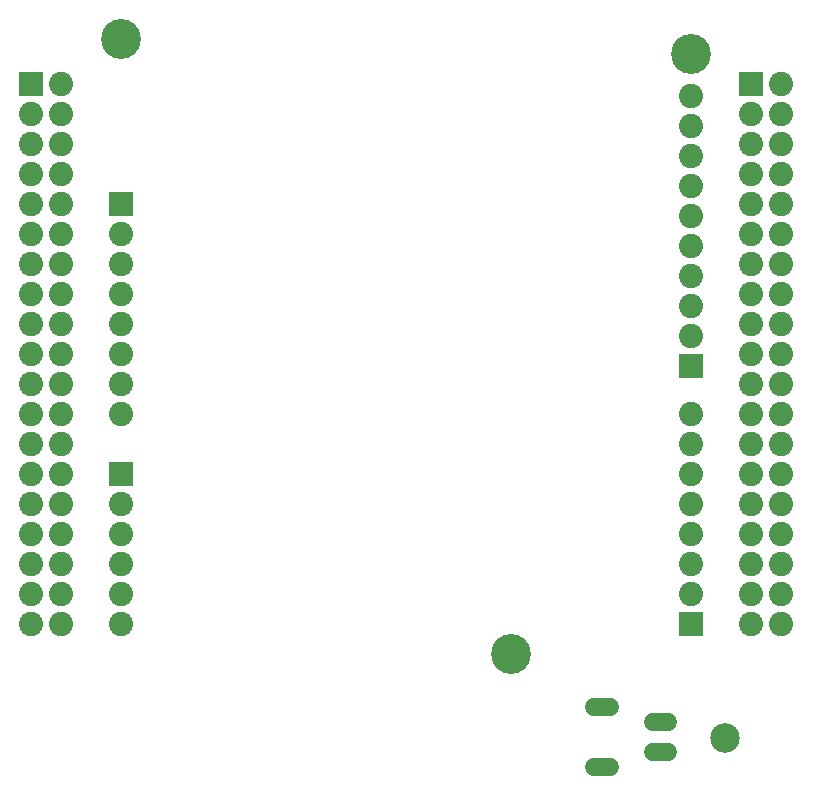
<source format=gbr>
G04 EAGLE Gerber RS-274X export*
G75*
%MOMM*%
%FSLAX34Y34*%
%LPD*%
%INSoldermask Bottom*%
%IPPOS*%
%AMOC8*
5,1,8,0,0,1.08239X$1,22.5*%
G01*
%ADD10C,1.524000*%
%ADD11C,2.503200*%
%ADD12R,2.053200X2.053200*%
%ADD13C,2.053200*%
%ADD14C,3.378200*%


D10*
X573536Y107220D02*
X586744Y107220D01*
X586744Y132620D02*
X573536Y132620D01*
X537444Y145520D02*
X524236Y145520D01*
X524236Y94720D02*
X537444Y94720D01*
D11*
X635012Y119614D03*
D12*
X123940Y342820D03*
D13*
X123940Y317420D03*
X123940Y292020D03*
X123940Y266620D03*
X123940Y241220D03*
X123940Y215820D03*
D12*
X123940Y571420D03*
D13*
X123940Y546020D03*
X123940Y520620D03*
X123940Y495220D03*
X123940Y469820D03*
X123940Y444420D03*
X123940Y419020D03*
X123940Y393620D03*
D12*
X47740Y673020D03*
D13*
X73140Y673020D03*
X47740Y647620D03*
X73140Y647620D03*
X47740Y622220D03*
X73140Y622220D03*
X47740Y596820D03*
X73140Y596820D03*
X47740Y571420D03*
X73140Y571420D03*
X47740Y546020D03*
X73140Y546020D03*
X47740Y520620D03*
X73140Y520620D03*
X47740Y495220D03*
X73140Y495220D03*
X47740Y469820D03*
X73140Y469820D03*
X47740Y444420D03*
X73140Y444420D03*
X47740Y419020D03*
X73140Y419020D03*
X47740Y393620D03*
X73140Y393620D03*
X47740Y368220D03*
X73140Y368220D03*
X47740Y342820D03*
X73140Y342820D03*
X47740Y317420D03*
X73140Y317420D03*
X47740Y292020D03*
X73140Y292020D03*
X47740Y266620D03*
X73140Y266620D03*
X47740Y241220D03*
X73140Y241220D03*
X47740Y215820D03*
X73140Y215820D03*
D12*
X606540Y434260D03*
D13*
X606540Y459660D03*
X606540Y485060D03*
X606540Y510460D03*
X606540Y535860D03*
X606540Y561260D03*
X606540Y586660D03*
X606540Y612060D03*
X606540Y637460D03*
X606540Y662860D03*
X606540Y266620D03*
X606540Y292020D03*
X606540Y317420D03*
X606540Y342820D03*
X606540Y368220D03*
X606540Y393620D03*
D12*
X606540Y215820D03*
D13*
X606540Y241220D03*
D12*
X657340Y672770D03*
D13*
X682740Y672770D03*
X657340Y647370D03*
X682740Y647370D03*
X657340Y621970D03*
X682740Y621970D03*
X657340Y596570D03*
X682740Y596570D03*
X657340Y571170D03*
X682740Y571170D03*
X657340Y545770D03*
X682740Y545770D03*
X657340Y520370D03*
X682740Y520370D03*
X657340Y494970D03*
X682740Y494970D03*
X657340Y469570D03*
X682740Y469570D03*
X657340Y444170D03*
X682740Y444170D03*
X657340Y418770D03*
X682740Y418770D03*
X657340Y393370D03*
X682740Y393370D03*
X657340Y367970D03*
X682740Y367970D03*
X657340Y342570D03*
X682740Y342570D03*
X657340Y317170D03*
X682740Y317170D03*
X657340Y291770D03*
X682740Y291770D03*
X657340Y266370D03*
X682740Y266370D03*
X657340Y240970D03*
X682740Y240970D03*
X657340Y215570D03*
X682740Y215570D03*
D14*
X606540Y698420D03*
X123940Y711120D03*
X454140Y190420D03*
M02*

</source>
